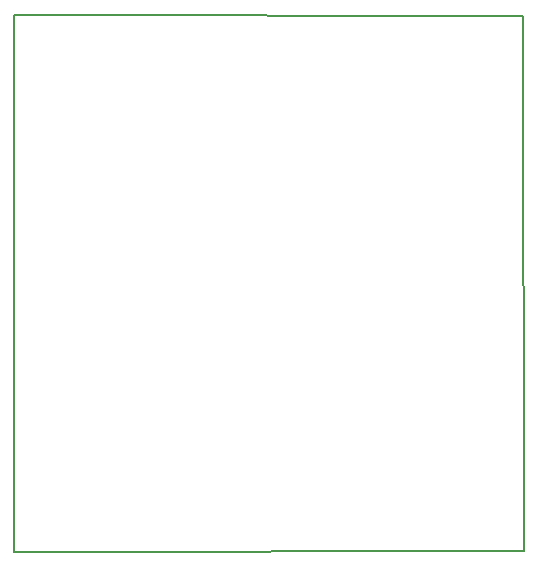
<source format=gbr>
G04 #@! TF.GenerationSoftware,KiCad,Pcbnew,5.1.6-c6e7f7d~87~ubuntu18.04.1*
G04 #@! TF.CreationDate,2020-08-15T23:02:31+05:30*
G04 #@! TF.ProjectId,stm32wb_Dev_v1,73746d33-3277-4625-9f44-65765f76312e,rev?*
G04 #@! TF.SameCoordinates,Original*
G04 #@! TF.FileFunction,Other,User*
%FSLAX46Y46*%
G04 Gerber Fmt 4.6, Leading zero omitted, Abs format (unit mm)*
G04 Created by KiCad (PCBNEW 5.1.6-c6e7f7d~87~ubuntu18.04.1) date 2020-08-15 23:02:31*
%MOMM*%
%LPD*%
G01*
G04 APERTURE LIST*
%ADD10C,0.150000*%
G04 APERTURE END LIST*
D10*
X83893660Y-48897540D02*
X83913980Y-94353380D01*
X127050800Y-49027080D02*
X83891120Y-48902620D01*
X127086360Y-94335600D02*
X127050800Y-49027080D01*
X83954620Y-94368620D02*
X127099060Y-94335600D01*
M02*

</source>
